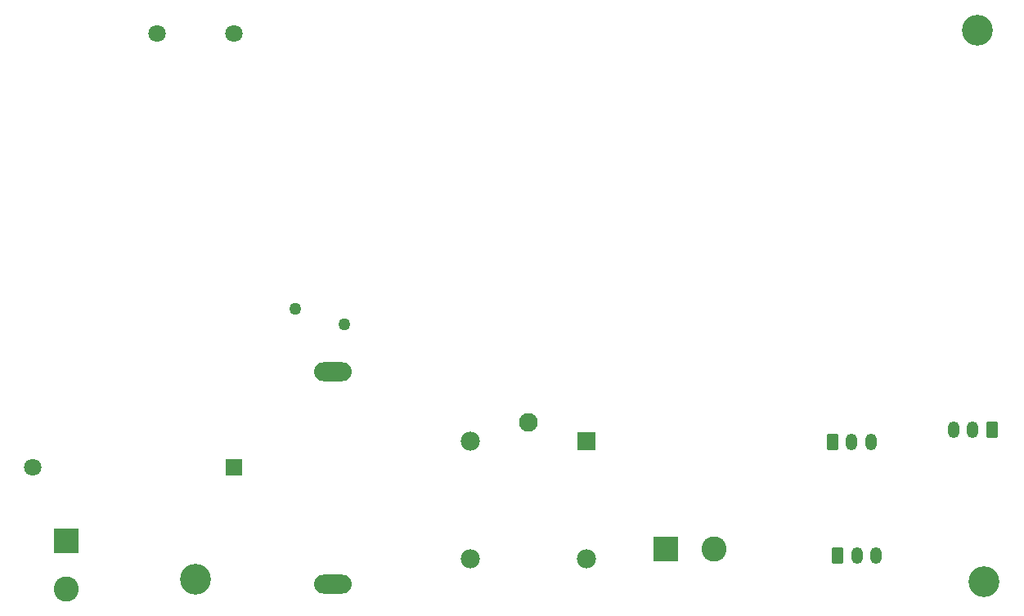
<source format=gbr>
%TF.GenerationSoftware,KiCad,Pcbnew,(6.0.0)*%
%TF.CreationDate,2022-03-31T09:21:52+03:00*%
%TF.ProjectId,FirePrevention,46697265-5072-4657-9665-6e74696f6e2e,rev?*%
%TF.SameCoordinates,Original*%
%TF.FileFunction,Soldermask,Bot*%
%TF.FilePolarity,Negative*%
%FSLAX46Y46*%
G04 Gerber Fmt 4.6, Leading zero omitted, Abs format (unit mm)*
G04 Created by KiCad (PCBNEW (6.0.0)) date 2022-03-31 09:21:52*
%MOMM*%
%LPD*%
G01*
G04 APERTURE LIST*
G04 Aperture macros list*
%AMRoundRect*
0 Rectangle with rounded corners*
0 $1 Rounding radius*
0 $2 $3 $4 $5 $6 $7 $8 $9 X,Y pos of 4 corners*
0 Add a 4 corners polygon primitive as box body*
4,1,4,$2,$3,$4,$5,$6,$7,$8,$9,$2,$3,0*
0 Add four circle primitives for the rounded corners*
1,1,$1+$1,$2,$3*
1,1,$1+$1,$4,$5*
1,1,$1+$1,$6,$7*
1,1,$1+$1,$8,$9*
0 Add four rect primitives between the rounded corners*
20,1,$1+$1,$2,$3,$4,$5,0*
20,1,$1+$1,$4,$5,$6,$7,0*
20,1,$1+$1,$6,$7,$8,$9,0*
20,1,$1+$1,$8,$9,$2,$3,0*%
G04 Aperture macros list end*
%ADD10R,1.800000X1.800000*%
%ADD11C,1.800000*%
%ADD12C,1.270000*%
%ADD13O,3.900000X1.950000*%
%ADD14C,3.200000*%
%ADD15RoundRect,0.250000X-0.350000X-0.625000X0.350000X-0.625000X0.350000X0.625000X-0.350000X0.625000X0*%
%ADD16O,1.200000X1.750000*%
%ADD17R,1.980000X1.980000*%
%ADD18C,1.980000*%
%ADD19C,1.935000*%
%ADD20RoundRect,0.250000X0.350000X0.625000X-0.350000X0.625000X-0.350000X-0.625000X0.350000X-0.625000X0*%
%ADD21R,2.600000X2.600000*%
%ADD22C,2.600000*%
G04 APERTURE END LIST*
D10*
%TO.C,PS1*%
X116630000Y-116920000D03*
D11*
X95830000Y-116920000D03*
X108630000Y-71920000D03*
X116630000Y-71920000D03*
%TD*%
D12*
%TO.C,RV1*%
X128050000Y-102100000D03*
X122950000Y-100500000D03*
%TD*%
D13*
%TO.C,F1*%
X126906750Y-129000000D03*
X126906750Y-107000000D03*
%TD*%
D14*
%TO.C,REF\u002A\u002A*%
X193570000Y-71620000D03*
%TD*%
D15*
%TO.C,J4*%
X179110000Y-126020000D03*
D16*
X181110000Y-126020000D03*
X183110000Y-126020000D03*
%TD*%
D17*
%TO.C,K1*%
X153100000Y-114212500D03*
D18*
X141100000Y-114212500D03*
D19*
X147100000Y-112212500D03*
D18*
X153100000Y-126412500D03*
X141100000Y-126412500D03*
%TD*%
D15*
%TO.C,J3*%
X178560000Y-114300000D03*
D16*
X180560000Y-114300000D03*
X182560000Y-114300000D03*
%TD*%
D20*
%TO.C,J6*%
X195100000Y-113000000D03*
D16*
X193100000Y-113000000D03*
X191100000Y-113000000D03*
%TD*%
D14*
%TO.C,REF\u002A\u002A*%
X112630000Y-128550000D03*
%TD*%
%TO.C,REF\u002A\u002A*%
X194300000Y-128770000D03*
%TD*%
D21*
%TO.C,J1*%
X99295000Y-124500000D03*
D22*
X99295000Y-129500000D03*
%TD*%
D21*
%TO.C,J5*%
X161300000Y-125405000D03*
D22*
X166300000Y-125405000D03*
%TD*%
M02*

</source>
